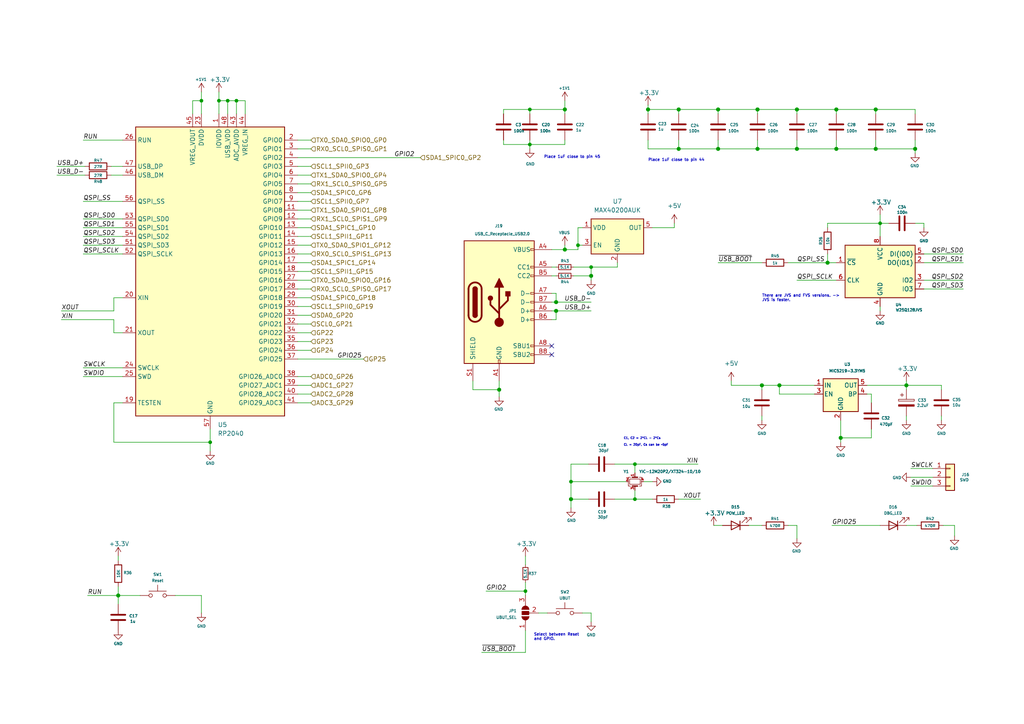
<source format=kicad_sch>
(kicad_sch (version 20231120) (generator "eeschema") (generator_version "8.0")
  (paper "A4")
  (lib_symbols
    (symbol "Analog_Switch:MAX40200AUK"
      (property "Reference" "U" (at -6.35 6.35 0))
      (property "Value" "MAX40200AUK" (at 7.62 6.35 0))
      (symbol "MAX40200AUK_1_1"
        (pin power_in line (at -10.16 2.54 0) (length 2.54) (name "VDD") (number "1"))
        (pin power_in line (at 0 -7.62 90) (length 2.54) (name "GND") (number "2"))
        (pin input line (at -10.16 -2.54 0) (length 2.54) (name "EN") (number "3"))
        (pin no_connect line (at 7.62 -2.54 180) (length 2.54) hide (name "NC") (number "4"))
        (pin passive line (at 10.16 2.54 180) (length 2.54) (name "OUT") (number "5"))
      )
    )
    (symbol "Connector:USB_C_Receptacle_USB2.0" (pin_names (offset 1.016))
      (property "Reference" "J" (at -10.16 19.05 0))
      (property "Value" "USB_C_Receptacle_USB2.0" (at 19.05 19.05 0))
      (symbol "USB_C_Receptacle_USB2.0_1_1"
        (pin passive line (at 0 -22.86 90) (length 5.08) (name "GND") (number "A1"))
        (pin passive line (at 0 -22.86 90) (length 5.08) hide (name "GND") (number "A12"))
        (pin passive line (at 15.24 15.24 180) (length 5.08) (name "VBUS") (number "A4"))
        (pin bidirectional line (at 15.24 10.16 180) (length 5.08) (name "CC1") (number "A5"))
        (pin bidirectional line (at 15.24 -2.54 180) (length 5.08) (name "D+") (number "A6"))
        (pin bidirectional line (at 15.24 2.54 180) (length 5.08) (name "D-") (number "A7"))
        (pin bidirectional line (at 15.24 -12.7 180) (length 5.08) (name "SBU1") (number "A8"))
        (pin passive line (at 15.24 15.24 180) (length 5.08) hide (name "VBUS") (number "A9"))
        (pin passive line (at 0 -22.86 90) (length 5.08) hide (name "GND") (number "B1"))
        (pin passive line (at 0 -22.86 90) (length 5.08) hide (name "GND") (number "B12"))
        (pin passive line (at 15.24 15.24 180) (length 5.08) hide (name "VBUS") (number "B4"))
        (pin bidirectional line (at 15.24 7.62 180) (length 5.08) (name "CC2") (number "B5"))
        (pin bidirectional line (at 15.24 -5.08 180) (length 5.08) (name "D+") (number "B6"))
        (pin bidirectional line (at 15.24 0 180) (length 5.08) (name "D-") (number "B7"))
        (pin bidirectional line (at 15.24 -15.24 180) (length 5.08) (name "SBU2") (number "B8"))
        (pin passive line (at 15.24 15.24 180) (length 5.08) hide (name "VBUS") (number "B9"))
        (pin passive line (at -7.62 -22.86 90) (length 5.08) (name "SHIELD") (number "S1"))
      )
    )
    (symbol "Connector_Generic:Conn_01x03" (pin_names (offset 1.016) hide)
      (property "Reference" "J" (at 0 5.08 0))
      (property "Value" "Conn_01x03" (at 0 -5.08 0))
      (symbol "Conn_01x03_1_1"
        (pin passive line (at -5.08 2.54 0) (length 3.81) (name "Pin_1") (number "1"))
        (pin passive line (at -5.08 0 0) (length 3.81) (name "Pin_2") (number "2"))
        (pin passive line (at -5.08 -2.54 0) (length 3.81) (name "Pin_3") (number "3"))
      )
    )
    (symbol "Device:C" (pin_numbers hide) (pin_names (offset 0.254))
      (property "Reference" "C" (at 0.635 2.54 0))
      (property "Value" "C" (at 0.635 -2.54 0))
      (symbol "C_1_1"
        (pin passive line (at 0 3.81 270) (length 2.794) (name "~") (number "1"))
        (pin passive line (at 0 -3.81 90) (length 2.794) (name "~") (number "2"))
      )
    )
    (symbol "Device:C_Polarized" (pin_numbers hide) (pin_names (offset 0.254))
      (property "Reference" "C" (at 0.635 2.54 0))
      (property "Value" "C_Polarized" (at 0.635 -2.54 0))
      (symbol "C_Polarized_1_1"
        (pin passive line (at 0 3.81 270) (length 2.794) (name "~") (number "1"))
        (pin passive line (at 0 -3.81 90) (length 2.794) (name "~") (number "2"))
      )
    )
    (symbol "Device:Crystal_GND24_Small" (pin_names (offset 1.016) hide)
      (property "Reference" "Y" (at 1.27 4.445 0))
      (property "Value" "Crystal_GND24_Small" (at 1.27 2.54 0))
      (symbol "Crystal_GND24_Small_1_1"
        (pin passive line (at -2.54 0 0) (length 1.27) (name "1") (number "1"))
        (pin passive line (at 0 -2.54 90) (length 0.635) (name "2") (number "2"))
        (pin passive line (at 2.54 0 180) (length 1.27) (name "3") (number "3"))
        (pin passive line (at 0 2.54 270) (length 0.635) (name "4") (number "4"))
      )
    )
    (symbol "Device:LED" (pin_numbers hide) (pin_names (offset 1.016) hide)
      (property "Reference" "D" (at 0 2.54 0))
      (property "Value" "LED" (at 0 -2.54 0))
      (symbol "LED_1_1"
        (pin passive line (at -3.81 0 0) (length 2.54) (name "K") (number "1"))
        (pin passive line (at 3.81 0 180) (length 2.54) (name "A") (number "2"))
      )
    )
    (symbol "Device:R" (pin_numbers hide) (pin_names (offset 0))
      (property "Reference" "R" (at 2.032 0 90))
      (property "Value" "R" (at 0 0 90))
      (symbol "R_1_1"
        (pin passive line (at 0 3.81 270) (length 1.27) (name "~") (number "1"))
        (pin passive line (at 0 -3.81 90) (length 1.27) (name "~") (number "2"))
      )
    )
    (symbol "Device:R_Small" (pin_numbers hide) (pin_names (offset 0.254) hide)
      (property "Reference" "R" (at 0.762 0.508 0))
      (property "Value" "R_Small" (at 0.762 -1.016 0))
      (symbol "R_Small_1_1"
        (pin passive line (at 0 2.54 270) (length 0.762) (name "~") (number "1"))
        (pin passive line (at 0 -2.54 90) (length 0.762) (name "~") (number "2"))
      )
    )
    (symbol "Jumper:SolderJumper_3_Open" (pin_names (offset 0) hide)
      (property "Reference" "JP" (at -2.54 -2.54 0))
      (property "Value" "SolderJumper_3_Open" (at 0 2.794 0))
      (symbol "SolderJumper_3_Open_1_1"
        (pin passive line (at -5.08 0 0) (length 2.54) (name "A") (number "1"))
        (pin input line (at 0 -3.81 90) (length 2.54) (name "C") (number "2"))
        (pin passive line (at 5.08 0 180) (length 2.54) (name "B") (number "3"))
      )
    )
    (symbol "MCU_RaspberryPi:RP2040"
      (property "Reference" "U" (at 17.78 45.72 0))
      (property "Value" "RP2040" (at 17.78 43.18 0))
      (symbol "RP2040_1_1"
        (pin power_in line (at 2.54 45.72 270) (length 3.81) (name "IOVDD") (number "1"))
        (pin passive line (at 2.54 45.72 270) (length 3.81) hide (name "IOVDD") (number "10"))
        (pin bidirectional line (at 25.4 17.78 180) (length 3.81) (name "GPIO8") (number "11"))
        (pin bidirectional line (at 25.4 15.24 180) (length 3.81) (name "GPIO9") (number "12"))
        (pin bidirectional line (at 25.4 12.7 180) (length 3.81) (name "GPIO10") (number "13"))
        (pin bidirectional line (at 25.4 10.16 180) (length 3.81) (name "GPIO11") (number "14"))
        (pin bidirectional line (at 25.4 7.62 180) (length 3.81) (name "GPIO12") (number "15"))
        (pin bidirectional line (at 25.4 5.08 180) (length 3.81) (name "GPIO13") (number "16"))
        (pin bidirectional line (at 25.4 2.54 180) (length 3.81) (name "GPIO14") (number "17"))
        (pin bidirectional line (at 25.4 0 180) (length 3.81) (name "GPIO15") (number "18"))
        (pin input line (at -25.4 -38.1 0) (length 3.81) (name "TESTEN") (number "19"))
        (pin bidirectional line (at 25.4 38.1 180) (length 3.81) (name "GPIO0") (number "2"))
        (pin input line (at -25.4 -7.62 0) (length 3.81) (name "XIN") (number "20"))
        (pin passive line (at -25.4 -17.78 0) (length 3.81) (name "XOUT") (number "21"))
        (pin passive line (at 2.54 45.72 270) (length 3.81) hide (name "IOVDD") (number "22"))
        (pin power_in line (at -2.54 45.72 270) (length 3.81) (name "DVDD") (number "23"))
        (pin input line (at -25.4 -27.94 0) (length 3.81) (name "SWCLK") (number "24"))
        (pin bidirectional line (at -25.4 -30.48 0) (length 3.81) (name "SWD") (number "25"))
        (pin input line (at -25.4 38.1 0) (length 3.81) (name "RUN") (number "26"))
        (pin bidirectional line (at 25.4 -2.54 180) (length 3.81) (name "GPIO16") (number "27"))
        (pin bidirectional line (at 25.4 -5.08 180) (length 3.81) (name "GPIO17") (number "28"))
        (pin bidirectional line (at 25.4 -7.62 180) (length 3.81) (name "GPIO18") (number "29"))
        (pin bidirectional line (at 25.4 35.56 180) (length 3.81) (name "GPIO1") (number "3"))
        (pin bidirectional line (at 25.4 -10.16 180) (length 3.81) (name "GPIO19") (number "30"))
        (pin bidirectional line (at 25.4 -12.7 180) (length 3.81) (name "GPIO20") (number "31"))
        (pin bidirectional line (at 25.4 -15.24 180) (length 3.81) (name "GPIO21") (number "32"))
        (pin passive line (at 2.54 45.72 270) (length 3.81) hide (name "IOVDD") (number "33"))
        (pin bidirectional line (at 25.4 -17.78 180) (length 3.81) (name "GPIO22") (number "34"))
        (pin bidirectional line (at 25.4 -20.32 180) (length 3.81) (name "GPIO23") (number "35"))
        (pin bidirectional line (at 25.4 -22.86 180) (length 3.81) (name "GPIO24") (number "36"))
        (pin bidirectional line (at 25.4 -25.4 180) (length 3.81) (name "GPIO25") (number "37"))
        (pin bidirectional line (at 25.4 -30.48 180) (length 3.81) (name "GPIO26_ADC0") (number "38"))
        (pin bidirectional line (at 25.4 -33.02 180) (length 3.81) (name "GPIO27_ADC1") (number "39"))
        (pin bidirectional line (at 25.4 33.02 180) (length 3.81) (name "GPIO2") (number "4"))
        (pin bidirectional line (at 25.4 -35.56 180) (length 3.81) (name "GPIO28_ADC2") (number "40"))
        (pin bidirectional line (at 25.4 -38.1 180) (length 3.81) (name "GPIO29_ADC3") (number "41"))
        (pin passive line (at 2.54 45.72 270) (length 3.81) hide (name "IOVDD") (number "42"))
        (pin power_in line (at 7.62 45.72 270) (length 3.81) (name "ADC_AVDD") (number "43"))
        (pin power_in line (at 10.16 45.72 270) (length 3.81) (name "VREG_IN") (number "44"))
        (pin power_out line (at -5.08 45.72 270) (length 3.81) (name "VREG_VOUT") (number "45"))
        (pin bidirectional line (at -25.4 27.94 0) (length 3.81) (name "USB_DM") (number "46"))
        (pin bidirectional line (at -25.4 30.48 0) (length 3.81) (name "USB_DP") (number "47"))
        (pin power_in line (at 5.08 45.72 270) (length 3.81) (name "USB_VDD") (number "48"))
        (pin passive line (at 2.54 45.72 270) (length 3.81) hide (name "IOVDD") (number "49"))
        (pin bidirectional line (at 25.4 30.48 180) (length 3.81) (name "GPIO3") (number "5"))
        (pin passive line (at -2.54 45.72 270) (length 3.81) hide (name "DVDD") (number "50"))
        (pin bidirectional line (at -25.4 7.62 0) (length 3.81) (name "QSPI_SD3") (number "51"))
        (pin output line (at -25.4 5.08 0) (length 3.81) (name "QSPI_SCLK") (number "52"))
        (pin bidirectional line (at -25.4 15.24 0) (length 3.81) (name "QSPI_SD0") (number "53"))
        (pin bidirectional line (at -25.4 10.16 0) (length 3.81) (name "QSPI_SD2") (number "54"))
        (pin bidirectional line (at -25.4 12.7 0) (length 3.81) (name "QSPI_SD1") (number "55"))
        (pin bidirectional line (at -25.4 20.32 0) (length 3.81) (name "QSPI_SS") (number "56"))
        (pin power_in line (at 0 -45.72 90) (length 3.81) (name "GND") (number "57"))
        (pin bidirectional line (at 25.4 27.94 180) (length 3.81) (name "GPIO4") (number "6"))
        (pin bidirectional line (at 25.4 25.4 180) (length 3.81) (name "GPIO5") (number "7"))
        (pin bidirectional line (at 25.4 22.86 180) (length 3.81) (name "GPIO6") (number "8"))
        (pin bidirectional line (at 25.4 20.32 180) (length 3.81) (name "GPIO7") (number "9"))
      )
    )
    (symbol "Memory_Flash:W25Q128JVS"
      (property "Reference" "U" (at -8.89 8.89 0))
      (property "Value" "W25Q128JVS" (at 7.62 8.89 0))
      (symbol "W25Q128JVS_1_1"
        (pin input line (at -12.7 2.54 0) (length 2.54) (name "~{CS}") (number "1"))
        (pin bidirectional line (at 12.7 2.54 180) (length 2.54) (name "DO(IO1)") (number "2"))
        (pin bidirectional line (at 12.7 -2.54 180) (length 2.54) (name "IO2") (number "3"))
        (pin power_in line (at 0 -10.16 90) (length 2.54) (name "GND") (number "4"))
        (pin bidirectional line (at 12.7 5.08 180) (length 2.54) (name "DI(IO0)") (number "5"))
        (pin input line (at -12.7 -2.54 0) (length 2.54) (name "CLK") (number "6"))
        (pin bidirectional line (at 12.7 -5.08 180) (length 2.54) (name "IO3") (number "7"))
        (pin power_in line (at 0 10.16 270) (length 2.54) (name "VCC") (number "8"))
      )
    )
    (symbol "Regulator_Linear:MIC5219-3.3YM5" (pin_names (offset 0.254))
      (property "Reference" "U" (at -3.81 5.715 0))
      (property "Value" "MIC5219-3.3YM5" (at 0 5.715 0))
      (symbol "MIC5219-3.3YM5_1_1"
        (pin power_in line (at -7.62 2.54 0) (length 2.54) (name "IN") (number "1"))
        (pin power_in line (at 0 -7.62 90) (length 2.54) (name "GND") (number "2"))
        (pin input line (at -7.62 0 0) (length 2.54) (name "EN") (number "3"))
        (pin input line (at 7.62 0 180) (length 2.54) (name "BP") (number "4"))
        (pin power_out line (at 7.62 2.54 180) (length 2.54) (name "OUT") (number "5"))
      )
    )
    (symbol "Switch:SW_Push" (pin_numbers hide) (pin_names (offset 1.016) hide)
      (property "Reference" "SW" (at 1.27 2.54 0))
      (property "Value" "SW_Push" (at 0 -1.524 0))
      (symbol "SW_Push_0_1"
        (pin passive line (at -5.08 0 0) (length 2.54) (name "1") (number "1"))
        (pin passive line (at 5.08 0 180) (length 2.54) (name "2") (number "2"))
      )
    )
    (symbol "power:+1V1" (power) (pin_names (offset 0))
      (property "Value" "+1V1" (at 0 3.556 0))
      (symbol "+1V1_1_1"
        (pin power_in line (at 0 0 90) (length 0) hide (name "+1V1") (number "1"))
      )
    )
    (symbol "power:+3.3V" (power) (pin_names (offset 0))
      (property "Value" "+3.3V" (at 0 3.556 0))
      (symbol "+3.3V_1_1"
        (pin power_in line (at 0 0 90) (length 0) hide (name "+3.3V") (number "1"))
      )
    )
    (symbol "power:+5V" (power) (pin_numbers hide) (pin_names (offset 0) hide)
      (property "Value" "+5V" (at 0 3.556 0))
      (symbol "+5V_1_1"
        (pin power_in line (at 0 0 90) (length 0) (name "~") (number "1"))
      )
    )
    (symbol "power:GND" (power) (pin_names (offset 0))
      (property "Value" "GND" (at 0 -3.81 0))
      (symbol "GND_1_1"
        (pin power_in line (at 0 0 270) (length 0) hide (name "GND") (number "1"))
      )
    )
    (symbol "power:VBUS" (power) (pin_names (offset 0))
      (property "Value" "VBUS" (at 0 3.81 0))
      (symbol "VBUS_1_1"
        (pin power_in line (at 0 0 90) (length 0) hide (name "VBUS") (number "1"))
      )
    )
  )
  (junction (at 184.15 134.62))
  (junction (at 231.14 43.18) (diameter 1.016))
  (junction (at 163.83 72.39) (diameter 1.016))
  (junction (at 220.98 111.76) (diameter 1.016))
  (junction (at 165.608 144.78) (diameter 1.016))
  (junction (at 171.45 77.47))
  (junction (at 254 43.18) (diameter 1.016))
  (junction (at 219.71 31.75) (diameter 1.016))
  (junction (at 208.28 31.75) (diameter 1.016))
  (junction (at 161.29 87.63) (diameter 1.016))
  (junction (at 242.57 43.18) (diameter 1.016))
  (junction (at 68.58 29.21))
  (junction (at 60.96 128.27))
  (junction (at 63.5 29.21))
  (junction (at 34.29 172.72) (diameter 1.016))
  (junction (at 184.15 144.78))
  (junction (at 226.06 111.76) (diameter 1.016))
  (junction (at 262.89 111.76) (diameter 1.016))
  (junction (at 153.67 41.91))
  (junction (at 163.83 31.75) (diameter 1.016))
  (junction (at 196.85 43.18) (diameter 1.016))
  (junction (at 152.4 171.45))
  (junction (at 254 31.75) (diameter 1.016))
  (junction (at 255.27 64.77))
  (junction (at 231.14 31.75) (diameter 1.016))
  (junction (at 187.96 31.75) (diameter 1.016))
  (junction (at 66.04 29.21))
  (junction (at 171.45 80.01) (diameter 1.016))
  (junction (at 265.43 43.18) (diameter 1.016))
  (junction (at 242.57 31.75) (diameter 1.016))
  (junction (at 196.85 31.75) (diameter 1.016))
  (junction (at 144.78 113.03) (diameter 1.016))
  (junction (at 165.608 139.7))
  (junction (at 153.67 31.75))
  (junction (at 243.84 127) (diameter 1.016))
  (junction (at 208.28 43.18) (diameter 1.016))
  (junction (at 240.03 76.2) (diameter 1.016))
  (junction (at 58.42 29.21))
  (junction (at 161.29 90.17) (diameter 1.016))
  (junction (at 167.64 71.12))
  (junction (at 219.71 43.18) (diameter 1.016))
  (no_connect (at 160.02 102.87))
  (no_connect (at 160.02 100.33))
  (wire (pts (xy 163.83 40.64) (xy 163.83 41.91)))
  (wire (pts (xy 146.05 33.02) (xy 146.05 31.75)))
  (wire (pts (xy 178.308 144.78) (xy 184.15 144.78)))
  (wire (pts (xy 63.5 29.21) (xy 63.5 33.02)))
  (wire (pts (xy 66.04 29.21) (xy 63.5 29.21)))
  (wire (pts (xy 187.96 30.48) (xy 187.96 31.75)))
  (wire (pts (xy 207.01 152.4) (xy 209.55 152.4)))
  (wire (pts (xy 66.04 29.21) (xy 68.58 29.21)))
  (wire (pts (xy 171.45 77.47) (xy 171.45 80.01)))
  (wire (pts (xy 163.83 72.39) (xy 167.64 72.39)))
  (wire (pts (xy 160.02 87.63) (xy 161.29 87.63)))
  (wire (pts (xy 35.56 48.26) (xy 32.258 48.26)))
  (wire (pts (xy 86.36 45.72) (xy 121.92 45.72)))
  (wire (pts (xy 231.14 33.02) (xy 231.14 31.75)))
  (wire (pts (xy 196.85 144.78) (xy 203.2 144.78)))
  (wire (pts (xy 226.06 114.3) (xy 236.22 114.3)))
  (wire (pts (xy 184.15 134.62) (xy 202.438 134.62)))
  (wire (pts (xy 231.14 40.64) (xy 231.14 43.18)))
  (wire (pts (xy 17.78 90.17) (xy 33.02 90.17)))
  (wire (pts (xy 166.37 80.01) (xy 171.45 80.01)))
  (wire (pts (xy 242.57 31.75) (xy 254 31.75)))
  (wire (pts (xy 254 33.02) (xy 254 31.75)))
  (wire (pts (xy 161.29 92.71) (xy 161.29 90.17)))
  (wire (pts (xy 86.36 111.76) (xy 90.17 111.76)))
  (wire (pts (xy 35.56 96.52) (xy 33.02 96.52)))
  (wire (pts (xy 240.03 73.66) (xy 240.03 76.2)))
  (wire (pts (xy 152.4 189.23) (xy 152.4 182.88)))
  (wire (pts (xy 187.96 31.75) (xy 187.96 33.02)))
  (wire (pts (xy 86.36 66.04) (xy 90.17 66.04)))
  (wire (pts (xy 35.56 50.8) (xy 32.258 50.8)))
  (wire (pts (xy 228.6 76.2) (xy 240.03 76.2)))
  (wire (pts (xy 86.36 40.64) (xy 90.17 40.64)))
  (wire (pts (xy 152.4 168.91) (xy 152.4 171.45)))
  (wire (pts (xy 255.27 88.9) (xy 255.27 90.17)))
  (wire (pts (xy 33.02 90.17) (xy 33.02 86.36)))
  (wire (pts (xy 160.02 92.71) (xy 161.29 92.71)))
  (wire (pts (xy 137.16 110.49) (xy 137.16 113.03)))
  (wire (pts (xy 262.89 111.76) (xy 273.05 111.76)))
  (wire (pts (xy 68.58 29.21) (xy 71.12 29.21)))
  (wire (pts (xy 33.02 86.36) (xy 35.56 86.36)))
  (wire (pts (xy 86.36 58.42) (xy 90.17 58.42)))
  (wire (pts (xy 24.638 50.8) (xy 16.51 50.8)))
  (wire (pts (xy 140.97 171.45) (xy 152.4 171.45)))
  (wire (pts (xy 153.67 40.64) (xy 153.67 41.91)))
  (wire (pts (xy 163.83 29.21) (xy 163.83 31.75)))
  (wire (pts (xy 208.28 33.02) (xy 208.28 31.75)))
  (wire (pts (xy 208.28 40.64) (xy 208.28 43.18)))
  (wire (pts (xy 152.4 171.45) (xy 152.4 172.72)))
  (wire (pts (xy 243.84 121.92) (xy 243.84 127)))
  (wire (pts (xy 226.06 111.76) (xy 236.22 111.76)))
  (wire (pts (xy 34.29 170.18) (xy 34.29 172.72)))
  (wire (pts (xy 161.29 87.63) (xy 171.45 87.63)))
  (wire (pts (xy 219.71 31.75) (xy 231.14 31.75)))
  (wire (pts (xy 208.28 31.75) (xy 219.71 31.75)))
  (wire (pts (xy 86.36 48.26) (xy 90.17 48.26)))
  (wire (pts (xy 166.37 77.47) (xy 171.45 77.47)))
  (wire (pts (xy 86.36 109.22) (xy 90.17 109.22)))
  (wire (pts (xy 165.608 134.62) (xy 165.608 139.7)))
  (wire (pts (xy 86.36 91.44) (xy 90.17 91.44)))
  (wire (pts (xy 184.15 144.78) (xy 189.23 144.78)))
  (wire (pts (xy 35.56 40.64) (xy 24.13 40.64)))
  (wire (pts (xy 189.23 66.04) (xy 195.58 66.04)))
  (wire (pts (xy 265.43 43.18) (xy 265.43 44.45)))
  (wire (pts (xy 252.73 127) (xy 243.84 127)))
  (wire (pts (xy 228.6 152.4) (xy 231.14 152.4)))
  (wire (pts (xy 262.89 120.65) (xy 262.89 121.92)))
  (wire (pts (xy 24.13 109.22) (xy 35.56 109.22)))
  (wire (pts (xy 219.71 33.02) (xy 219.71 31.75)))
  (wire (pts (xy 153.67 41.91) (xy 153.67 43.18)))
  (wire (pts (xy 146.05 31.75) (xy 153.67 31.75)))
  (wire (pts (xy 255.27 64.77) (xy 257.81 64.77)))
  (wire (pts (xy 35.56 71.12) (xy 24.13 71.12)))
  (wire (pts (xy 86.36 81.28) (xy 90.17 81.28)))
  (wire (pts (xy 86.36 88.9) (xy 90.17 88.9)))
  (wire (pts (xy 86.36 73.66) (xy 90.17 73.66)))
  (wire (pts (xy 196.85 31.75) (xy 208.28 31.75)))
  (wire (pts (xy 267.97 64.77) (xy 267.97 66.04)))
  (wire (pts (xy 63.5 26.67) (xy 63.5 29.21)))
  (wire (pts (xy 86.36 53.34) (xy 90.17 53.34)))
  (wire (pts (xy 86.36 101.6) (xy 90.17 101.6)))
  (wire (pts (xy 170.688 144.78) (xy 165.608 144.78)))
  (wire (pts (xy 33.02 128.27) (xy 60.96 128.27)))
  (wire (pts (xy 86.36 116.84) (xy 90.17 116.84)))
  (wire (pts (xy 58.42 26.67) (xy 58.42 29.21)))
  (wire (pts (xy 231.14 43.18) (xy 219.71 43.18)))
  (wire (pts (xy 68.58 29.21) (xy 68.58 33.02)))
  (wire (pts (xy 231.14 31.75) (xy 242.57 31.75)))
  (wire (pts (xy 153.67 31.75) (xy 163.83 31.75)))
  (wire (pts (xy 273.05 120.65) (xy 273.05 121.92)))
  (wire (pts (xy 196.85 40.64) (xy 196.85 43.18)))
  (wire (pts (xy 86.36 76.2) (xy 90.17 76.2)))
  (wire (pts (xy 144.78 110.49) (xy 144.78 113.03)))
  (wire (pts (xy 167.64 72.39) (xy 167.64 71.12)))
  (wire (pts (xy 35.56 66.04) (xy 24.13 66.04)))
  (wire (pts (xy 86.36 99.06) (xy 90.17 99.06)))
  (wire (pts (xy 231.14 152.4) (xy 231.14 156.21)))
  (wire (pts (xy 58.42 29.21) (xy 58.42 33.02)))
  (wire (pts (xy 167.64 66.04) (xy 168.91 66.04)))
  (wire (pts (xy 153.67 41.91) (xy 163.83 41.91)))
  (wire (pts (xy 262.89 152.4) (xy 265.938 152.4)))
  (wire (pts (xy 184.15 142.24) (xy 184.15 144.78)))
  (wire (pts (xy 171.45 77.47) (xy 179.07 77.47)))
  (wire (pts (xy 86.36 68.58) (xy 90.17 68.58)))
  (wire (pts (xy 252.73 116.84) (xy 252.73 114.3)))
  (wire (pts (xy 241.3 152.4) (xy 255.27 152.4)))
  (wire (pts (xy 66.04 33.02) (xy 66.04 29.21)))
  (wire (pts (xy 163.83 31.75) (xy 163.83 33.02)))
  (wire (pts (xy 208.28 43.18) (xy 196.85 43.18)))
  (wire (pts (xy 186.69 139.7) (xy 189.23 139.7)))
  (wire (pts (xy 184.15 134.62) (xy 184.15 137.16)))
  (wire (pts (xy 254 31.75) (xy 265.43 31.75)))
  (wire (pts (xy 171.45 177.8) (xy 168.91 177.8)))
  (wire (pts (xy 17.78 92.71) (xy 33.02 92.71)))
  (wire (pts (xy 71.12 29.21) (xy 71.12 33.02)))
  (wire (pts (xy 86.36 55.88) (xy 90.17 55.88)))
  (wire (pts (xy 240.03 64.77) (xy 255.27 64.77)))
  (wire (pts (xy 254 43.18) (xy 242.57 43.18)))
  (wire (pts (xy 255.27 64.77) (xy 255.27 68.58)))
  (wire (pts (xy 24.638 48.26) (xy 16.51 48.26)))
  (wire (pts (xy 167.64 71.12) (xy 167.64 66.04)))
  (wire (pts (xy 240.03 76.2) (xy 242.57 76.2)))
  (wire (pts (xy 255.27 62.23) (xy 255.27 64.77)))
  (wire (pts (xy 265.43 33.02) (xy 265.43 31.75)))
  (wire (pts (xy 196.85 33.02) (xy 196.85 31.75)))
  (wire (pts (xy 86.36 114.3) (xy 90.17 114.3)))
  (wire (pts (xy 146.05 41.91) (xy 153.67 41.91)))
  (wire (pts (xy 242.57 33.02) (xy 242.57 31.75)))
  (wire (pts (xy 178.308 134.62) (xy 184.15 134.62)))
  (wire (pts (xy 35.56 63.5) (xy 24.13 63.5)))
  (wire (pts (xy 267.97 81.28) (xy 279.4 81.28)))
  (wire (pts (xy 34.29 172.72) (xy 40.64 172.72)))
  (wire (pts (xy 242.57 40.64) (xy 242.57 43.18)))
  (wire (pts (xy 220.98 120.65) (xy 220.98 121.92)))
  (wire (pts (xy 86.36 83.82) (xy 90.17 83.82)))
  (wire (pts (xy 160.02 85.09) (xy 161.29 85.09)))
  (wire (pts (xy 231.14 81.28) (xy 242.57 81.28)))
  (wire (pts (xy 195.58 64.77) (xy 195.58 66.04)))
  (wire (pts (xy 55.88 29.21) (xy 58.42 29.21)))
  (wire (pts (xy 60.96 124.46) (xy 60.96 128.27)))
  (wire (pts (xy 254 43.18) (xy 265.43 43.18)))
  (wire (pts (xy 276.86 152.4) (xy 276.86 155.448)))
  (wire (pts (xy 60.96 130.81) (xy 60.96 128.27)))
  (wire (pts (xy 251.46 111.76) (xy 262.89 111.76)))
  (wire (pts (xy 267.97 73.66) (xy 279.4 73.66)))
  (wire (pts (xy 252.73 114.3) (xy 251.46 114.3)))
  (wire (pts (xy 187.96 40.64) (xy 187.96 43.18)))
  (wire (pts (xy 86.36 63.5) (xy 90.17 63.5)))
  (wire (pts (xy 243.84 127) (xy 243.84 128.27)))
  (wire (pts (xy 34.29 172.72) (xy 34.29 175.26)))
  (wire (pts (xy 217.17 152.4) (xy 220.98 152.4)))
  (wire (pts (xy 24.13 106.68) (xy 35.56 106.68)))
  (wire (pts (xy 33.02 96.52) (xy 33.02 92.71)))
  (wire (pts (xy 167.64 71.12) (xy 168.91 71.12)))
  (wire (pts (xy 267.97 83.82) (xy 279.4 83.82)))
  (wire (pts (xy 50.8 172.72) (xy 58.42 172.72)))
  (wire (pts (xy 160.02 77.47) (xy 161.29 77.47)))
  (wire (pts (xy 170.688 134.62) (xy 165.608 134.62)))
  (wire (pts (xy 262.89 111.76) (xy 262.89 113.03)))
  (wire (pts (xy 35.56 73.66) (xy 24.13 73.66)))
  (wire (pts (xy 220.98 111.76) (xy 226.06 111.76)))
  (wire (pts (xy 212.09 111.76) (xy 220.98 111.76)))
  (wire (pts (xy 220.98 76.2) (xy 208.28 76.2)))
  (wire (pts (xy 161.29 85.09) (xy 161.29 87.63)))
  (wire (pts (xy 161.29 90.17) (xy 171.45 90.17)))
  (wire (pts (xy 240.03 64.77) (xy 240.03 66.04)))
  (wire (pts (xy 33.02 116.84) (xy 35.56 116.84)))
  (wire (pts (xy 226.06 111.76) (xy 226.06 114.3)))
  (wire (pts (xy 160.02 80.01) (xy 161.29 80.01)))
  (wire (pts (xy 242.57 43.18) (xy 231.14 43.18)))
  (wire (pts (xy 219.71 43.18) (xy 208.28 43.18)))
  (wire (pts (xy 165.608 139.7) (xy 181.61 139.7)))
  (wire (pts (xy 58.42 172.72) (xy 58.42 177.8)))
  (wire (pts (xy 160.02 72.39) (xy 163.83 72.39)))
  (wire (pts (xy 265.43 64.77) (xy 267.97 64.77)))
  (wire (pts (xy 165.608 144.78) (xy 165.608 147.32)))
  (wire (pts (xy 160.02 90.17) (xy 161.29 90.17)))
  (wire (pts (xy 273.05 113.03) (xy 273.05 111.76)))
  (wire (pts (xy 86.36 43.18) (xy 90.17 43.18)))
  (wire (pts (xy 187.96 43.18) (xy 196.85 43.18)))
  (wire (pts (xy 152.4 161.29) (xy 152.4 163.83)))
  (wire (pts (xy 86.36 96.52) (xy 90.17 96.52)))
  (wire (pts (xy 86.36 86.36) (xy 90.17 86.36)))
  (wire (pts (xy 212.09 110.49) (xy 212.09 111.76)))
  (wire (pts (xy 219.71 40.64) (xy 219.71 43.18)))
  (wire (pts (xy 254 40.64) (xy 254 43.18)))
  (wire (pts (xy 171.45 180.34) (xy 171.45 177.8)))
  (wire (pts (xy 86.36 50.8) (xy 90.17 50.8)))
  (wire (pts (xy 55.88 33.02) (xy 55.88 29.21)))
  (wire (pts (xy 86.36 93.98) (xy 90.17 93.98)))
  (wire (pts (xy 270.51 135.89) (xy 264.16 135.89)))
  (wire (pts (xy 144.78 113.03) (xy 144.78 115.062)))
  (wire (pts (xy 86.36 104.14) (xy 105.41 104.14)))
  (wire (pts (xy 187.96 31.75) (xy 196.85 31.75)))
  (wire (pts (xy 171.45 80.01) (xy 171.45 81.28)))
  (wire (pts (xy 262.89 110.49) (xy 262.89 111.76)))
  (wire (pts (xy 33.02 128.27) (xy 33.02 116.84)))
  (wire (pts (xy 35.56 68.58) (xy 24.13 68.58)))
  (wire (pts (xy 267.97 76.2) (xy 279.4 76.2)))
  (wire (pts (xy 273.558 152.4) (xy 276.86 152.4)))
  (wire (pts (xy 86.36 78.74) (xy 90.17 78.74)))
  (wire (pts (xy 179.07 77.47) (xy 179.07 76.2)))
  (wire (pts (xy 35.56 58.42) (xy 24.13 58.42)))
  (wire (pts (xy 264.16 138.43) (xy 270.51 138.43)))
  (wire (pts (xy 163.83 72.39) (xy 163.83 71.12)))
  (wire (pts (xy 86.36 60.96) (xy 90.17 60.96)))
  (wire (pts (xy 146.05 40.64) (xy 146.05 41.91)))
  (wire (pts (xy 137.16 113.03) (xy 144.78 113.03)))
  (wire (pts (xy 153.67 33.02) (xy 153.67 31.75)))
  (wire (pts (xy 156.21 177.8) (xy 158.75 177.8)))
  (wire (pts (xy 25.4 172.72) (xy 34.29 172.72)))
  (wire (pts (xy 86.36 71.12) (xy 90.17 71.12)))
  (wire (pts (xy 34.29 161.29) (xy 34.29 162.56)))
  (wire (pts (xy 220.98 113.03) (xy 220.98 111.76)))
  (wire (pts (xy 165.608 139.7) (xy 165.608 144.78)))
  (wire (pts (xy 139.7 189.23) (xy 152.4 189.23)))
  (wire (pts (xy 252.73 124.46) (xy 252.73 127)))
  (wire (pts (xy 270.51 140.97) (xy 264.16 140.97)))
  (wire (pts (xy 265.43 40.64) (xy 265.43 43.18)))
  (text "C1, C2 = 2*CL - 2*Cs\n\nCL = 20pF, Cs can be ~5pF" (at 180.848 129.54 0) (effects (font (size 0.6 0.6)) (justify left bottom)))
  (text "Select between Reset\nand GPIO." (at 154.813 185.928 0) (effects (font (size 0.8 0.8)) (justify left bottom)))
  (text "Place 1uF close to pin 44" (at 187.96 46.99 0) (effects (font (size 0.8 0.8)) (justify left bottom)))
  (text "There are JVS and FVS versions. ->\nJVS is faster." (at 220.98 87.63 0) (effects (font (size 0.8 0.8)) (justify left bottom)))
  (text "Place 1uF close to pin 45" (at 157.734 46.101 0) (effects (font (size 0.8 0.8)) (justify left bottom)))
  (label "USB_D-" (at 16.51 50.8 0) (effects (font (italic yes))))
  (label "XIN" (at 202.438 134.62 180) (effects (font (italic yes))))
  (label "QSPI_SD3" (at 24.13 71.12 0) (effects (font (italic yes))))
  (label "SWDIO" (at 24.13 109.22 0) (effects (font (italic yes))))
  (label "QSPI_SD2" (at 24.13 68.58 0) (effects (font (italic yes))))
  (label "USB_D-" (at 171.45 87.63 180) (effects (font (italic yes))))
  (label "QSPI_SD2" (at 279.4 81.28 180) (effects (font (italic yes))))
  (label "XOUT" (at 17.78 90.17 0) (effects (font (italic yes))))
  (label "QSPI_SD1" (at 279.4 76.2 180) (effects (font (italic yes))))
  (label "QSPI_SCLK" (at 231.14 81.28 0) (effects (font (italic yes))))
  (label "USB_D+" (at 16.51 48.26 0) (effects (font (italic yes))))
  (label "GPIO2" (at 140.97 171.45 0) (effects (font (italic yes))))
  (label "GPIO25" (at 241.3 152.4 0) (effects (font (italic yes))))
  (label "SWCLK" (at 24.13 106.68 0) (effects (font (italic yes))))
  (label "QSPI_SD0" (at 24.13 63.5 0) (effects (font (italic yes))))
  (label "XOUT" (at 203.2 144.78 180) (effects (font (italic yes))))
  (label "GPIO25" (at 97.79 104.14 0) (effects (font (italic yes))))
  (label "QSPI_SS" (at 24.13 58.42 0) (effects (font (italic yes))))
  (label "GPIO2" (at 114.3 45.72 0) (effects (font (italic yes))))
  (label "~{USB_BOOT}" (at 139.7 189.23 0) (effects (font (italic yes))))
  (label "QSPI_SD0" (at 279.4 73.66 180) (effects (font (italic yes))))
  (label "QSPI_SCLK" (at 24.13 73.66 0) (effects (font (italic yes))))
  (label "QSPI_SD1" (at 24.13 66.04 0) (effects (font (italic yes))))
  (label "RUN" (at 24.13 40.64 0) (effects (font (italic yes))))
  (label "SWCLK" (at 264.16 135.89 0) (effects (font (italic yes))))
  (label "QSPI_SS" (at 231.14 76.2 0) (effects (font (italic yes))))
  (label "~{USB_BOOT}" (at 208.28 76.2 0) (effects (font (italic yes))))
  (label "XIN" (at 17.78 92.71 0) (effects (font (italic yes))))
  (label "USB_D+" (at 171.45 90.17 180) (effects (font (italic yes))))
  (label "RUN" (at 25.4 172.72 0) (effects (font (italic yes))))
  (label "QSPI_SD3" (at 279.4 83.82 180) (effects (font (italic yes))))
  (label "SWDIO" (at 264.16 140.97 0) (effects (font (italic yes))))
  (hierarchical_label "TX0_SDA0_SPIO0_GP0" (shape input) (at 90.17 40.64 0))
  (hierarchical_label "SDA0_GP20" (shape input) (at 90.17 91.44 0))
  (hierarchical_label "ADC1_GP27" (shape input) (at 90.17 111.76 0))
  (hierarchical_label "GP22" (shape input) (at 90.17 96.52 0))
  (hierarchical_label "SDA1_SPIC0_GP2" (shape input) (at 121.92 45.72 0))
  (hierarchical_label "GP23" (shape input) (at 90.17 99.06 0))
  (hierarchical_label "RX0_SCL0_SPIS0_GP1" (shape input) (at 90.17 43.18 0))
  (hierarchical_label "SDA1_SPIC0_GP6" (shape input) (at 90.17 55.88 0))
  (hierarchical_label "TX0_SDA0_SPIO0_GP16" (shape input) (at 90.17 81.28 0))
  (hierarchical_label "SCL1_SPII1_GP15" (shape input) (at 90.17 78.74 0))
  (hierarchical_label "GP25" (shape input) (at 105.41 104.14 0))
  (hierarchical_label "RX1_SCL0_SPIS0_GP5" (shape input) (at 90.17 53.34 0))
  (hierarchical_label "SDA1_SPIC1_GP14" (shape input) (at 90.17 76.2 0))
  (hierarchical_label "SCL1_SPII0_GP7" (shape input) (at 90.17 58.42 0))
  (hierarchical_label "TX1_SDA0_SPIO0_GP4" (shape input) (at 90.17 50.8 0))
  (hierarchical_label "RX1_SCL0_SPIS1_GP9" (shape input) (at 90.17 63.5 0))
  (hierarchical_label "SCL1_SPII1_GP11" (shape input) (at 90.17 68.58 0))
  (hierarchical_label "SDA1_SPIC1_GP10" (shape input) (at 90.17 66.04 0))
  (hierarchical_label "RX0_SCL0_SPIS1_GP13" (shape input) (at 90.17 73.66 0))
  (hierarchical_label "ADC2_GP28" (shape input) (at 90.17 114.3 0))
  (hierarchical_label "SCL1_SPII0_GP19" (shape input) (at 90.17 88.9 0))
  (hierarchical_label "RX0_SCL0_SPIS0_GP17" (shape input) (at 90.17 83.82 0))
  (hierarchical_label "TX1_SDA0_SPIO1_GP8" (shape input) (at 90.17 60.96 0))
  (hierarchical_label "SCL1_SPII0_GP3" (shape input) (at 90.17 48.26 0))
  (hierarchical_label "SCL0_GP21" (shape input) (at 90.17 93.98 0))
  (hierarchical_label "ADC0_GP26" (shape input) (at 90.17 109.22 0))
  (hierarchical_label "TX0_SDA0_SPIO1_GP12" (shape input) (at 90.17 71.12 0))
  (hierarchical_label "SDA1_SPIC0_GP18" (shape input) (at 90.17 86.36 0))
  (hierarchical_label "GP24" (shape input) (at 90.17 101.6 0))
  (hierarchical_label "ADC3_GP29" (shape input) (at 90.17 116.84 0))
  (symbol (lib_id "Device:C") (at 163.83 36.83 0) (unit 1)
    (property "Reference" "C22" (at 167.005 36.1696 0) (effects (font (size 0.8 0.8)) (justify left)))
    (property "Value" "1u" (at 167.005 37.719 0) (effects (font (size 0.8 0.8)) (justify left)))
    (property "Footprint" "Capacitor_SMD:C_0603_1608Metric" (effects (hide yes)))
  )
  (symbol (lib_id "power:GND") (at 255.27 90.17 0) (unit 1)
    (property "Reference" "#PWR086" (effects (hide yes)))
    (property "Value" "GND" (at 255.27 93.726 0) (effects (font (size 0.8 0.8))))
  )
  (symbol (lib_id "power:+3.3V") (at 63.5 26.67 0) (unit 1)
    (property "Reference" "#PWR048" (effects (hide yes)))
    (property "Value" "+3.3V" (at 63.754 23.114 0))
  )
  (symbol (lib_id "power:GND") (at 265.43 44.45 0) (unit 1)
    (property "Reference" "#PWR082" (effects (hide yes)))
    (property "Value" "GND" (at 265.303 48.0822 0) (effects (font (size 0.8 0.8))))
  )
  (symbol (lib_id "Device:R_Small") (at 152.4 166.37 180) (unit 1)
    (property "Reference" "R37" (at 154.432 166.37 0) (effects (font (size 0.8 0.8))))
    (property "Value" "5.1K" (at 152.4 166.37 90) (effects (font (size 0.8 0.8))))
    (property "Footprint" "Resistor_SMD:R_0603_1608Metric" (effects (hide yes)))
  )
  (symbol (lib_id "Analog_Switch:MAX40200AUK") (at 179.07 68.58 0) (unit 1)
    (property "Reference" "U7" (at 179.07 58.42 0))
    (property "Value" "MAX40200AUK" (at 179.07 60.96 0))
    (property "Footprint" "Package_TO_SOT_SMD:SOT-23-5" (effects (hide yes)))
    (property "Datasheet" "https://datasheets.maximintegrated.com/en/ds/MAX40200.pdf" (effects (hide yes)))
  )
  (symbol (lib_id "power:+3.3V") (at 262.89 110.49 0) (unit 1)
    (property "Reference" "#PWR045" (effects (hide yes)))
    (property "Value" "+3.3V" (at 263.144 106.934 0))
  )
  (symbol (lib_id "Device:C") (at 265.43 36.83 0) (unit 1)
    (property "Reference" "C30" (at 268.605 36.1696 0) (effects (font (size 0.8 0.8)) (justify left)))
    (property "Value" "100n" (at 268.351 37.973 0) (effects (font (size 0.8 0.8)) (justify left)))
    (property "Footprint" "Capacitor_SMD:C_0603_1608Metric" (effects (hide yes)))
  )
  (symbol (lib_id "Device:R_Small") (at 163.83 77.47 90) (unit 1)
    (property "Reference" "R43" (at 163.83 75.692 90) (effects (font (size 0.8 0.8))))
    (property "Value" "5.1K" (at 163.83 77.47 90) (effects (font (size 0.8 0.8))))
    (property "Footprint" "Resistor_SMD:R_0603_1608Metric" (effects (hide yes)))
  )
  (symbol (lib_id "Device:R") (at 193.04 144.78 270) (unit 1)
    (property "Reference" "R38" (at 193.294 146.8882 90) (effects (font (size 0.8 0.8))))
    (property "Value" "1k" (at 193.04 144.8816 90) (effects (font (size 0.8 0.8))))
    (property "Footprint" "Resistor_SMD:R_0603_1608Metric" (effects (hide yes)))
  )
  (symbol (lib_id "Device:C") (at 219.71 36.83 0) (unit 1)
    (property "Reference" "C26" (at 223.139 36.1696 0) (effects (font (size 0.8 0.8)) (justify left)))
    (property "Value" "100n" (at 222.631 37.973 0) (effects (font (size 0.8 0.8)) (justify left)))
    (property "Footprint" "Capacitor_SMD:C_0603_1608Metric" (effects (hide yes)))
  )
  (symbol (lib_id "Jumper:SolderJumper_3_Open") (at 152.4 177.8 90) (unit 1)
    (property "Reference" "JP1" (at 149.86 177.1649 90) (effects (font (size 0.8 0.8)) (justify left)))
    (property "Value" "UBUT_SEL" (at 149.86 179.0699 90) (effects (font (size 0.8 0.8)) (justify left)))
    (property "Footprint" "Jumper:SolderJumper-3_P1.3mm_Bridged12_RoundedPad1.0x1.5mm_NumberLabels" (effects (hide yes)))
  )
  (symbol (lib_id "power:GND") (at 171.45 180.34 0) (unit 1)
    (property "Reference" "#PWR057" (effects (hide yes)))
    (property "Value" "GND" (at 171.45 184.15 0) (effects (font (size 0.8 0.8))))
  )
  (symbol (lib_id "power:+3.3V") (at 34.29 161.29 0) (unit 1)
    (property "Reference" "#PWR047" (effects (hide yes)))
    (property "Value" "+3.3V" (at 34.544 157.734 0))
  )
  (symbol (lib_id "Device:C") (at 34.29 179.07 0) (unit 1)
    (property "Reference" "C17" (at 37.465 178.6636 0) (effects (font (size 0.8 0.8)) (justify left)))
    (property "Value" "1u" (at 37.719 180.213 0) (effects (font (size 0.8 0.8)) (justify left)))
    (property "Footprint" "Capacitor_SMD:C_0603_1608Metric" (effects (hide yes)))
  )
  (symbol (lib_id "power:+3.3V") (at 255.27 62.23 0) (unit 1)
    (property "Reference" "#PWR044" (effects (hide yes)))
    (property "Value" "+3.3V" (at 255.524 58.674 0))
  )
  (symbol (lib_id "power:GND") (at 171.45 81.28 0) (unit 1)
    (property "Reference" "#PWR081" (effects (hide yes)))
    (property "Value" "GND" (at 171.45 85.09 0) (effects (font (size 0.8 0.8))))
  )
  (symbol (lib_id "Device:C") (at 196.85 36.83 0) (unit 1)
    (property "Reference" "C24" (at 200.279 36.4236 0) (effects (font (size 0.8 0.8)) (justify left)))
    (property "Value" "100n" (at 199.771 37.973 0) (effects (font (size 0.8 0.8)) (justify left)))
    (property "Footprint" "Capacitor_SMD:C_0603_1608Metric" (effects (hide yes)))
  )
  (symbol (lib_id "Device:R") (at 224.79 76.2 270) (unit 1)
    (property "Reference" "R45" (at 224.79 74.2442 90) (effects (font (size 0.8 0.8))))
    (property "Value" "1k" (at 224.79 76.3016 90) (effects (font (size 0.8 0.8))))
    (property "Footprint" "Resistor_SMD:R_0603_1608Metric" (effects (hide yes)))
  )
  (symbol (lib_id "power:GND") (at 276.86 155.448 0) (unit 1)
    (property "Reference" "#PWR079" (effects (hide yes)))
    (property "Value" "GND" (at 276.733 159.0802 0) (effects (font (size 0.8 0.8))))
  )
  (symbol (lib_id "Device:R") (at 28.448 50.8 90) (mirror x) (unit 1)
    (property "Reference" "R48" (at 28.448 52.6542 90) (effects (font (size 0.8 0.8))))
    (property "Value" "27R" (at 28.448 50.9016 90) (effects (font (size 0.8 0.8))))
    (property "Footprint" "Resistor_SMD:R_0603_1608Metric" (effects (hide yes)))
  )
  (symbol (lib_id "Device:R") (at 28.448 48.26 90) (mirror x) (unit 1)
    (property "Reference" "R47" (at 28.448 46.5582 90) (effects (font (size 0.8 0.8))))
    (property "Value" "27R" (at 28.448 48.3616 90) (effects (font (size 0.8 0.8))))
    (property "Footprint" "Resistor_SMD:R_0603_1608Metric" (effects (hide yes)))
  )
  (symbol (lib_id "Device:C") (at 252.73 120.65 0) (unit 1)
    (property "Reference" "C32" (at 255.651 121.2596 0) (effects (font (size 0.8 0.8)) (justify left)))
    (property "Value" "470pF" (at 255.143 123.063 0) (effects (font (size 0.8 0.8)) (justify left)))
    (property "Footprint" "Capacitor_SMD:C_0603_1608Metric" (effects (hide yes)))
  )
  (symbol (lib_id "power:GND") (at 231.14 156.21 0) (unit 1)
    (property "Reference" "#PWR077" (effects (hide yes)))
    (property "Value" "GND" (at 231.013 159.8422 0) (effects (font (size 0.8 0.8))))
  )
  (symbol (lib_id "power:+5V") (at 195.58 64.77 0) (unit 1)
    (property "Reference" "#PWR08" (effects (hide yes)))
    (property "Value" "+5V" (at 195.58 59.69 0))
    (property "Description" "Power symbol creates a global label with name \"+5V\"" (effects (hide yes)))
  )
  (symbol (lib_id "Device:LED") (at 213.36 152.4 180) (unit 1)
    (property "Reference" "D15" (at 213.2965 147.066 0) (effects (font (size 0.8 0.8))))
    (property "Value" "POW_LED" (at 213.2965 148.844 0) (effects (font (size 0.8 0.8))))
    (property "Footprint" "LED_SMD:LED_0805_2012Metric" (effects (hide yes)))
  )
  (symbol (lib_id "Device:C") (at 208.28 36.83 0) (unit 1)
    (property "Reference" "C25" (at 211.709 36.1696 0) (effects (font (size 0.8 0.8)) (justify left)))
    (property "Value" "100n" (at 211.201 37.973 0) (effects (font (size 0.8 0.8)) (justify left)))
    (property "Footprint" "Capacitor_SMD:C_0603_1608Metric" (effects (hide yes)))
  )
  (symbol (lib_id "Device:C") (at 261.62 64.77 90) (unit 1)
    (property "Reference" "C34" (at 262.8646 60.071 90) (effects (font (size 0.8 0.8)) (justify left)))
    (property "Value" "100n" (at 263.271 61.595 90) (effects (font (size 0.8 0.8)) (justify left)))
    (property "Footprint" "Capacitor_SMD:C_0603_1608Metric" (effects (hide yes)))
  )
  (symbol (lib_id "Connector:USB_C_Receptacle_USB2.0") (at 144.78 87.63 0) (unit 1)
    (property "Reference" "J19" (at 144.653 65.532 0) (effects (font (size 0.8 0.8))))
    (property "Value" "USB_C_Receptacle_USB2.0" (at 145.669 67.818 0) (effects (font (size 0.8 0.8))))
    (property "Footprint" "Connector_USB:USB_C_Receptacle_HRO_TYPE-C-31-M-12" (effects (hide yes)))
    (property "Datasheet" "https://www.usb.org/sites/default/files/documents/usb_type-c.zip" (effects (hide yes)))
  )
  (symbol (lib_id "power:+3.3V") (at 187.96 30.48 0) (unit 1)
    (property "Reference" "#PWR043" (effects (hide yes)))
    (property "Value" "+3.3V" (at 188.214 26.924 0))
  )
  (symbol (lib_id "Device:Crystal_GND24_Small") (at 184.15 139.7 270) (unit 1)
    (property "Reference" "Y1" (at 181.61 136.7788 90) (effects (font (size 0.8 0.8))))
    (property "Value" "YIC-12M20P2/XT324-10/10" (at 194.31 136.7788 90) (effects (font (size 0.8 0.8))))
    (property "Footprint" "Crystal:Crystal_SMD_3225-4Pin_3.2x2.5mm" (effects (hide yes)))
  )
  (symbol (lib_id "Switch:SW_Push") (at 163.83 177.8 0) (mirror y) (unit 1)
    (property "Reference" "SW2" (at 163.83 171.704 0) (effects (font (size 0.8 0.8))))
    (property "Value" "UBUT" (at 163.83 173.482 0) (effects (font (size 0.8 0.8))))
    (property "Footprint" "Connector_PinHeader_2.54mm:PinHeader_1x02_P2.54mm_Vertical" (effects (hide yes)))
  )
  (symbol (lib_id "Device:R") (at 34.29 166.37 0) (unit 1)
    (property "Reference" "R36" (at 37.0332 166.116 0) (effects (font (size 0.8 0.8))))
    (property "Value" "10K" (at 34.3916 166.37 90) (effects (font (size 0.8 0.8))))
    (property "Footprint" "Resistor_SMD:R_0603_1608Metric" (effects (hide yes)))
  )
  (symbol (lib_id "Device:C") (at 220.98 116.84 0) (unit 1)
    (property "Reference" "C31" (at 215.265 116.0526 0) (effects (font (size 0.8 0.8)) (justify left)))
    (property "Value" "10u" (at 215.265 117.856 0) (effects (font (size 0.8 0.8)) (justify left)))
    (property "Footprint" "Capacitor_SMD:C_0603_1608Metric" (effects (hide yes)))
  )
  (symbol (lib_id "Connector_Generic:Conn_01x03") (at 275.59 138.43 0) (unit 1)
    (property "Reference" "J16" (at 278.892 137.6679 0) (effects (font (size 0.8 0.8)) (justify left)))
    (property "Value" "SWD" (at 278.384 139.1919 0) (effects (font (size 0.8 0.8)) (justify left)))
    (property "Footprint" "Connector_PinHeader_2.54mm:PinHeader_1x03_P2.54mm_Vertical" (effects (hide yes)))
  )
  (symbol (lib_id "Device:C") (at 174.498 144.78 270) (unit 1)
    (property "Reference" "C19" (at 173.3804 148.463 90) (effects (font (size 0.8 0.8)) (justify left)))
    (property "Value" "30pF" (at 173.355 149.987 90) (effects (font (size 0.8 0.8)) (justify left)))
    (property "Footprint" "Capacitor_SMD:C_0603_1608Metric" (effects (hide yes)))
  )
  (symbol (lib_id "Device:C") (at 231.14 36.83 0) (unit 1)
    (property "Reference" "C27" (at 234.569 36.1696 0) (effects (font (size 0.8 0.8)) (justify left)))
    (property "Value" "100n" (at 234.061 37.973 0) (effects (font (size 0.8 0.8)) (justify left)))
    (property "Footprint" "Capacitor_SMD:C_0603_1608Metric" (effects (hide yes)))
  )
  (symbol (lib_id "power:+3.3V") (at 207.01 152.4 0) (unit 1)
    (property "Reference" "#PWR049" (effects (hide yes)))
    (property "Value" "+3.3V" (at 207.264 148.844 0))
  )
  (symbol (lib_id "Memory_Flash:W25Q128JVS") (at 255.27 78.74 0) (unit 1)
    (property "Reference" "U4" (at 260.604 88.392 0) (effects (font (size 0.8 0.8))))
    (property "Value" "W25Q128JVS" (at 263.652 89.916 0) (effects (font (size 0.8 0.8))))
    (property "Footprint" "Package_SO:SOIC-8_5.23x5.23mm_P1.27mm" (effects (hide yes)))
    (property "Datasheet" "http://www.winbond.com/resource-files/w25q128jv_dtr%20revc%2003272018%20plus.pdf" (effects (hide yes)))
  )
  (symbol (lib_id "Regulator_Linear:MIC5219-3.3YM5") (at 243.84 114.3 0) (unit 1)
    (property "Reference" "U3" (at 245.745 105.664 0) (effects (font (size 0.8 0.8))))
    (property "Value" "MIC5219-3.3YM5" (at 245.745 107.569 0) (effects (font (size 0.8 0.8))))
    (property "Footprint" "Package_TO_SOT_SMD:SOT-23-5" (effects (hide yes)))
    (property "Datasheet" "http://ww1.microchip.com/downloads/en/DeviceDoc/MIC5219-500mA-Peak-Output-LDO-Regulator-DS20006021A.pdf" (effects (hide yes)))
  )
  (symbol (lib_id "Device:LED") (at 259.08 152.4 180) (unit 1)
    (property "Reference" "D16" (at 259.0165 147.066 0) (effects (font (size 0.8 0.8))))
    (property "Value" "DBG_LED" (at 259.0165 148.844 0) (effects (font (size 0.8 0.8))))
    (property "Footprint" "LED_SMD:LED_0805_2012Metric" (effects (hide yes)))
  )
  (symbol (lib_id "power:+5V") (at 212.09 110.49 0) (unit 1)
    (property "Reference" "#PWR09" (effects (hide yes)))
    (property "Value" "+5V" (at 212.09 105.41 0))
    (property "Description" "Power symbol creates a global label with name \"+5V\"" (effects (hide yes)))
  )
  (symbol (lib_id "power:GND") (at 144.78 115.062 0) (unit 1)
    (property "Reference" "#PWR078" (effects (hide yes)))
    (property "Value" "GND" (at 144.653 118.6942 0) (effects (font (size 0.8 0.8))))
  )
  (symbol (lib_id "Device:R") (at 224.79 152.4 270) (unit 1)
    (property "Reference" "R41" (at 224.79 150.4442 90) (effects (font (size 0.8 0.8))))
    (property "Value" "470R" (at 224.79 152.5016 90) (effects (font (size 0.8 0.8))))
    (property "Footprint" "Resistor_SMD:R_0603_1608Metric" (effects (hide yes)))
  )
  (symbol (lib_id "power:GND") (at 264.16 138.43 270) (unit 1)
    (property "Reference" "#PWR066" (effects (hide yes)))
    (property "Value" "GND" (at 260.1468 138.557 90) (effects (font (size 0.8 0.8))))
  )
  (symbol (lib_id "power:VBUS") (at 163.83 71.12 0) (unit 1)
    (property "Reference" "#PWR080" (effects (hide yes)))
    (property "Value" "VBUS" (at 163.703 67.4878 0) (effects (font (size 0.8 0.8))))
  )
  (symbol (lib_id "power:GND") (at 189.23 139.7 90) (unit 1)
    (property "Reference" "#PWR063" (effects (hide yes)))
    (property "Value" "GND" (at 193.4972 139.573 90) (effects (font (size 0.8 0.8))))
  )
  (symbol (lib_id "Device:C") (at 174.498 134.62 270) (unit 1)
    (property "Reference" "C18" (at 173.3804 129.159 90) (effects (font (size 0.8 0.8)) (justify left)))
    (property "Value" "30pF" (at 173.609 130.683 90) (effects (font (size 0.8 0.8)) (justify left)))
    (property "Footprint" "Capacitor_SMD:C_0603_1608Metric" (effects (hide yes)))
  )
  (symbol (lib_id "power:+1V1") (at 58.42 26.67 0) (unit 1)
    (property "Reference" "#PWR091" (effects (hide yes)))
    (property "Value" "+1V1" (at 58.293 23.0378 0) (effects (font (size 0.8 0.8))))
  )
  (symbol (lib_id "Device:C") (at 146.05 36.83 0) (unit 1)
    (property "Reference" "C3" (at 149.479 36.1696 0) (effects (font (size 0.8 0.8)) (justify left)))
    (property "Value" "100n" (at 148.971 37.973 0) (effects (font (size 0.8 0.8)) (justify left)))
    (property "Footprint" "Capacitor_SMD:C_0603_1608Metric" (effects (hide yes)))
  )
  (symbol (lib_id "power:GND") (at 58.42 177.8 0) (unit 1)
    (property "Reference" "#PWR056" (effects (hide yes)))
    (property "Value" "GND" (at 58.42 181.61 0) (effects (font (size 0.8 0.8))))
  )
  (symbol (lib_id "power:GND") (at 34.29 182.88 0) (unit 1)
    (property "Reference" "#PWR053" (effects (hide yes)))
    (property "Value" "GND" (at 34.29 186.69 0) (effects (font (size 0.8 0.8))))
  )
  (symbol (lib_id "power:GND") (at 220.98 121.92 0) (unit 1)
    (property "Reference" "#PWR083" (effects (hide yes)))
    (property "Value" "GND" (at 220.98 125.73 0) (effects (font (size 0.8 0.8))))
  )
  (symbol (lib_id "Switch:SW_Push") (at 45.72 172.72 0) (mirror y) (unit 1)
    (property "Reference" "SW1" (at 45.72 166.624 0) (effects (font (size 0.8 0.8))))
    (property "Value" "Reset" (at 45.72 168.402 0) (effects (font (size 0.8 0.8))))
    (property "Footprint" "Connector_PinHeader_2.54mm:PinHeader_1x02_P2.54mm_Vertical" (effects (hide yes)))
  )
  (symbol (lib_id "power:GND") (at 273.05 121.92 0) (unit 1)
    (property "Reference" "#PWR090" (effects (hide yes)))
    (property "Value" "GND" (at 273.05 125.73 0) (effects (font (size 0.8 0.8))))
  )
  (symbol (lib_id "power:GND") (at 267.97 66.04 0) (unit 1)
    (property "Reference" "#PWR089" (effects (hide yes)))
    (property "Value" "GND" (at 267.97 69.85 0) (effects (font (size 0.8 0.8))))
  )
  (symbol (lib_id "MCU_RaspberryPi:RP2040") (at 60.96 78.74 0) (unit 1)
    (property "Reference" "U5" (at 63.1541 123.19 0) (effects (justify left)))
    (property "Value" "RP2040" (at 63.1541 125.73 0) (effects (justify left)))
    (property "Footprint" "Package_DFN_QFN:QFN-56-1EP_7x7mm_P0.4mm_EP3.2x3.2mm" (effects (hide yes)))
    (property "Datasheet" "https://datasheets.raspberrypi.com/rp2040/rp2040-datasheet.pdf" (effects (hide yes)))
    (property "Description" "A microcontroller by Raspberry Pi" (effects (hide yes)))
  )
  (symbol (lib_id "Device:C") (at 242.57 36.83 0) (unit 1)
    (property "Reference" "C28" (at 245.745 36.1696 0) (effects (font (size 0.8 0.8)) (justify left)))
    (property "Value" "100n" (at 245.491 37.973 0) (effects (font (size 0.8 0.8)) (justify left)))
    (property "Footprint" "Capacitor_SMD:C_0603_1608Metric" (effects (hide yes)))
  )
  (symbol (lib_id "Device:C_Polarized") (at 262.89 116.84 0) (unit 1)
    (property "Reference" "C33" (at 266.192 116.0779 0) (effects (font (size 0.8 0.8)) (justify left)))
    (property "Value" "2.2uF" (at 265.938 117.6019 0) (effects (font (size 0.8 0.8)) (justify left)))
    (property "Footprint" "Capacitor_SMD:C_0603_1608Metric" (effects (hide yes)))
  )
  (symbol (lib_id "power:GND") (at 262.89 121.92 0) (unit 1)
    (property "Reference" "#PWR088" (effects (hide yes)))
    (property "Value" "GND" (at 262.89 125.73 0) (effects (font (size 0.8 0.8))))
  )
  (symbol (lib_id "power:+1V1") (at 163.83 29.21 0) (unit 1)
    (property "Reference" "#PWR070" (effects (hide yes)))
    (property "Value" "+1V1" (at 163.703 25.5778 0) (effects (font (size 0.8 0.8))))
  )
  (symbol (lib_id "Device:R") (at 240.03 69.85 0) (unit 1)
    (property "Reference" "R26" (at 238.0742 69.85 90) (effects (font (size 0.8 0.8))))
    (property "Value" "10k" (at 240.1316 69.85 90) (effects (font (size 0.8 0.8))))
    (property "Footprint" "Resistor_SMD:R_0603_1608Metric" (effects (hide yes)))
  )
  (symbol (lib_id "Device:C") (at 273.05 116.84 0) (unit 1)
    (property "Reference" "C35" (at 276.225 115.9256 0) (effects (font (size 0.8 0.8)) (justify left)))
    (property "Value" "10u" (at 276.225 117.475 0) (effects (font (size 0.8 0.8)) (justify left)))
    (property "Footprint" "Capacitor_SMD:C_0603_1608Metric" (effects (hide yes)))
  )
  (symbol (lib_id "Device:R_Small") (at 163.83 80.01 90) (unit 1)
    (property "Reference" "R44" (at 163.83 81.788 90) (effects (font (size 0.8 0.8))))
    (property "Value" "5.1K" (at 163.83 80.01 90) (effects (font (size 0.8 0.8))))
    (property "Footprint" "Resistor_SMD:R_0603_1608Metric" (effects (hide yes)))
  )
  (symbol (lib_id "Device:C") (at 153.67 36.83 0) (unit 1)
    (property "Reference" "C20" (at 157.099 36.1696 0) (effects (font (size 0.8 0.8)) (justify left)))
    (property "Value" "100n" (at 156.591 37.973 0) (effects (font (size 0.8 0.8)) (justify left)))
    (property "Footprint" "Capacitor_SMD:C_0603_1608Metric" (effects (hide yes)))
  )
  (symbol (lib_id "power:GND") (at 243.84 128.27 0) (unit 1)
    (property "Reference" "#PWR084" (effects (hide yes)))
    (property "Value" "GND" (at 243.84 132.08 0) (effects (font (size 0.8 0.8))))
  )
  (symbol (lib_id "power:GND") (at 60.96 130.81 0) (unit 1)
    (property "Reference" "#PWR093" (effects (hide yes)))
    (property "Value" "GND" (at 60.96 134.366 0) (effects (font (size 0.8 0.8))))
  )
  (symbol (lib_id "Device:C") (at 254 36.83 0) (unit 1)
    (property "Reference" "C29" (at 257.175 36.1696 0) (effects (font (size 0.8 0.8)) (justify left)))
    (property "Value" "100n" (at 256.921 37.973 0) (effects (font (size 0.8 0.8)) (justify left)))
    (property "Footprint" "Capacitor_SMD:C_0603_1608Metric" (effects (hide yes)))
  )
  (symbol (lib_id "power:+3.3V") (at 152.4 161.29 0) (unit 1)
    (property "Reference" "#PWR046" (effects (hide yes)))
    (property "Value" "+3.3V" (at 152.654 157.734 0))
  )
  (symbol (lib_id "Device:C") (at 187.96 36.83 0) (unit 1)
    (property "Reference" "C23" (at 190.881 35.9156 0) (effects (font (size 0.8 0.8)) (justify left)))
    (property "Value" "1u" (at 190.881 37.465 0) (effects (font (size 0.8 0.8)) (justify left)))
    (property "Footprint" "Capacitor_SMD:C_0603_1608Metric" (effects (hide yes)))
  )
  (symbol (lib_id "Device:R") (at 269.748 152.4 270) (unit 1)
    (property "Reference" "R42" (at 269.748 150.4442 90) (effects (font (size 0.8 0.8))))
    (property "Value" "470R" (at 269.748 152.5016 90) (effects (font (size 0.8 0.8))))
    (property "Footprint" "Resistor_SMD:R_0603_1608Metric" (effects (hide yes)))
  )
  (symbol (lib_id "power:GND") (at 165.608 147.32 0) (unit 1)
    (property "Reference" "#PWR059" (effects (hide yes)))
    (property "Value" "GND" (at 165.735 150.9522 0) (effects (font (size 0.8 0.8))))
  )
  (symbol (lib_id "power:GND") (at 153.67 43.18 0) (unit 1)
    (property "Reference" "#PWR067" (effects (hide yes)))
    (property "Value" "GND" (at 153.797 47.5742 0) (effects (font (size 0.8 0.8))))
  )
)
</source>
